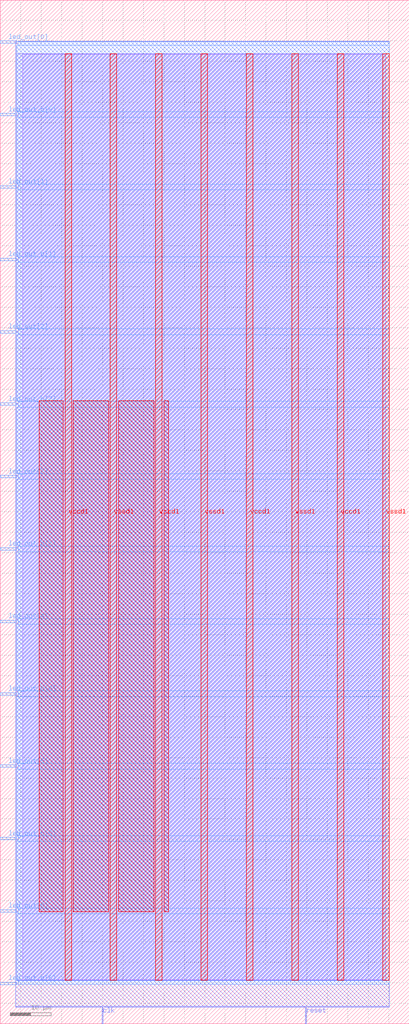
<source format=lef>
VERSION 5.7 ;
  NOWIREEXTENSIONATPIN ON ;
  DIVIDERCHAR "/" ;
  BUSBITCHARS "[]" ;
MACRO segment7
  CLASS BLOCK ;
  FOREIGN segment7 ;
  ORIGIN 0.000 0.000 ;
  SIZE 100.000 BY 250.000 ;
  PIN clk
    DIRECTION INPUT ;
    USE SIGNAL ;
    PORT
      LAYER met2 ;
        RECT 24.930 0.000 25.210 4.000 ;
    END
  END clk
  PIN led_out[0]
    DIRECTION OUTPUT TRISTATE ;
    USE SIGNAL ;
    PORT
      LAYER met3 ;
        RECT 0.000 239.400 4.000 240.000 ;
    END
  END led_out[0]
  PIN led_out[1]
    DIRECTION OUTPUT TRISTATE ;
    USE SIGNAL ;
    PORT
      LAYER met3 ;
        RECT 0.000 204.040 4.000 204.640 ;
    END
  END led_out[1]
  PIN led_out[2]
    DIRECTION OUTPUT TRISTATE ;
    USE SIGNAL ;
    PORT
      LAYER met3 ;
        RECT 0.000 168.680 4.000 169.280 ;
    END
  END led_out[2]
  PIN led_out[3]
    DIRECTION OUTPUT TRISTATE ;
    USE SIGNAL ;
    PORT
      LAYER met3 ;
        RECT 0.000 133.320 4.000 133.920 ;
    END
  END led_out[3]
  PIN led_out[4]
    DIRECTION OUTPUT TRISTATE ;
    USE SIGNAL ;
    PORT
      LAYER met3 ;
        RECT 0.000 97.960 4.000 98.560 ;
    END
  END led_out[4]
  PIN led_out[5]
    DIRECTION OUTPUT TRISTATE ;
    USE SIGNAL ;
    PORT
      LAYER met3 ;
        RECT 0.000 62.600 4.000 63.200 ;
    END
  END led_out[5]
  PIN led_out[6]
    DIRECTION OUTPUT TRISTATE ;
    USE SIGNAL ;
    PORT
      LAYER met3 ;
        RECT 0.000 27.240 4.000 27.840 ;
    END
  END led_out[6]
  PIN led_out_b[0]
    DIRECTION OUTPUT TRISTATE ;
    USE SIGNAL ;
    PORT
      LAYER met3 ;
        RECT 0.000 221.720 4.000 222.320 ;
    END
  END led_out_b[0]
  PIN led_out_b[1]
    DIRECTION OUTPUT TRISTATE ;
    USE SIGNAL ;
    PORT
      LAYER met3 ;
        RECT 0.000 186.360 4.000 186.960 ;
    END
  END led_out_b[1]
  PIN led_out_b[2]
    DIRECTION OUTPUT TRISTATE ;
    USE SIGNAL ;
    PORT
      LAYER met3 ;
        RECT 0.000 151.000 4.000 151.600 ;
    END
  END led_out_b[2]
  PIN led_out_b[3]
    DIRECTION OUTPUT TRISTATE ;
    USE SIGNAL ;
    PORT
      LAYER met3 ;
        RECT 0.000 115.640 4.000 116.240 ;
    END
  END led_out_b[3]
  PIN led_out_b[4]
    DIRECTION OUTPUT TRISTATE ;
    USE SIGNAL ;
    PORT
      LAYER met3 ;
        RECT 0.000 80.280 4.000 80.880 ;
    END
  END led_out_b[4]
  PIN led_out_b[5]
    DIRECTION OUTPUT TRISTATE ;
    USE SIGNAL ;
    PORT
      LAYER met3 ;
        RECT 0.000 44.920 4.000 45.520 ;
    END
  END led_out_b[5]
  PIN led_out_b[6]
    DIRECTION OUTPUT TRISTATE ;
    USE SIGNAL ;
    PORT
      LAYER met3 ;
        RECT 0.000 9.560 4.000 10.160 ;
    END
  END led_out_b[6]
  PIN reset
    DIRECTION INPUT ;
    USE SIGNAL ;
    PORT
      LAYER met2 ;
        RECT 74.610 0.000 74.890 4.000 ;
    END
  END reset
  PIN vccd1
    DIRECTION INOUT ;
    USE POWER ;
    PORT
      LAYER met4 ;
        RECT 15.815 10.640 17.415 236.880 ;
    END
    PORT
      LAYER met4 ;
        RECT 38.010 10.640 39.610 236.880 ;
    END
    PORT
      LAYER met4 ;
        RECT 60.205 10.640 61.805 236.880 ;
    END
    PORT
      LAYER met4 ;
        RECT 82.400 10.640 84.000 236.880 ;
    END
  END vccd1
  PIN vssd1
    DIRECTION INOUT ;
    USE GROUND ;
    PORT
      LAYER met4 ;
        RECT 26.910 10.640 28.510 236.880 ;
    END
    PORT
      LAYER met4 ;
        RECT 49.105 10.640 50.705 236.880 ;
    END
    PORT
      LAYER met4 ;
        RECT 71.300 10.640 72.900 236.880 ;
    END
    PORT
      LAYER met4 ;
        RECT 93.495 10.640 95.095 236.880 ;
    END
  END vssd1
  OBS
      LAYER li1 ;
        RECT 5.520 10.795 94.300 236.725 ;
      LAYER met1 ;
        RECT 3.750 10.640 95.095 236.880 ;
      LAYER met2 ;
        RECT 3.780 4.280 95.065 239.885 ;
        RECT 3.780 4.000 24.650 4.280 ;
        RECT 25.490 4.000 74.330 4.280 ;
        RECT 75.170 4.000 95.065 4.280 ;
      LAYER met3 ;
        RECT 4.400 239.000 95.085 239.865 ;
        RECT 4.000 222.720 95.085 239.000 ;
        RECT 4.400 221.320 95.085 222.720 ;
        RECT 4.000 205.040 95.085 221.320 ;
        RECT 4.400 203.640 95.085 205.040 ;
        RECT 4.000 187.360 95.085 203.640 ;
        RECT 4.400 185.960 95.085 187.360 ;
        RECT 4.000 169.680 95.085 185.960 ;
        RECT 4.400 168.280 95.085 169.680 ;
        RECT 4.000 152.000 95.085 168.280 ;
        RECT 4.400 150.600 95.085 152.000 ;
        RECT 4.000 134.320 95.085 150.600 ;
        RECT 4.400 132.920 95.085 134.320 ;
        RECT 4.000 116.640 95.085 132.920 ;
        RECT 4.400 115.240 95.085 116.640 ;
        RECT 4.000 98.960 95.085 115.240 ;
        RECT 4.400 97.560 95.085 98.960 ;
        RECT 4.000 81.280 95.085 97.560 ;
        RECT 4.400 79.880 95.085 81.280 ;
        RECT 4.000 63.600 95.085 79.880 ;
        RECT 4.400 62.200 95.085 63.600 ;
        RECT 4.000 45.920 95.085 62.200 ;
        RECT 4.400 44.520 95.085 45.920 ;
        RECT 4.000 28.240 95.085 44.520 ;
        RECT 4.400 26.840 95.085 28.240 ;
        RECT 4.000 10.560 95.085 26.840 ;
        RECT 4.400 9.695 95.085 10.560 ;
      LAYER met4 ;
        RECT 9.495 27.375 15.415 152.145 ;
        RECT 17.815 27.375 26.510 152.145 ;
        RECT 28.910 27.375 37.610 152.145 ;
        RECT 40.010 27.375 41.105 152.145 ;
  END
END segment7
END LIBRARY


</source>
